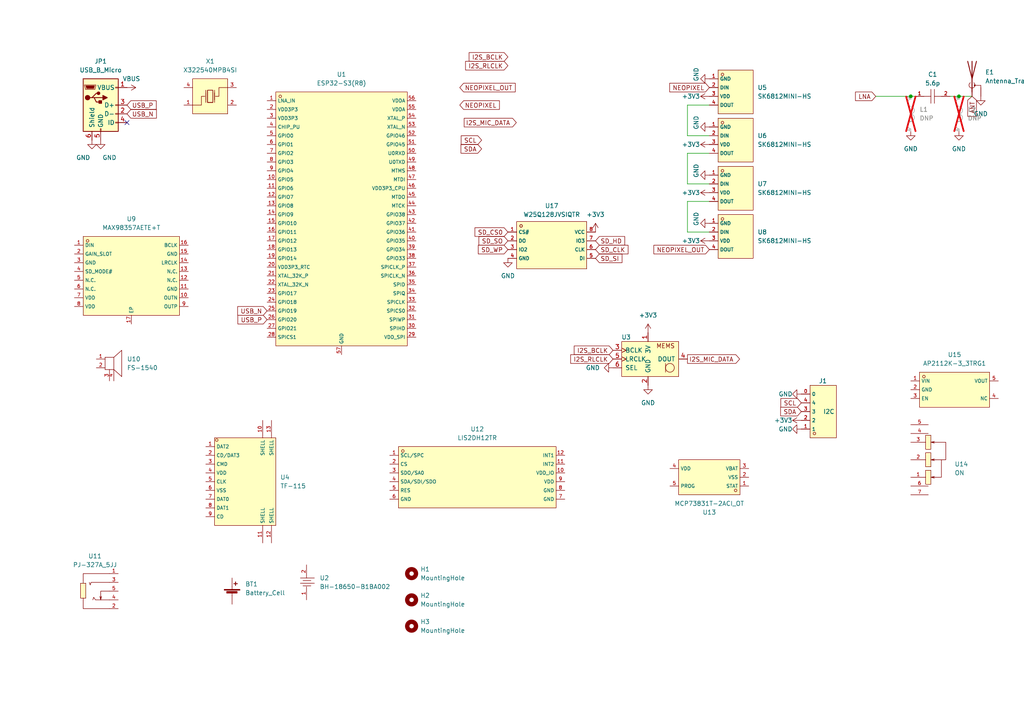
<source format=kicad_sch>
(kicad_sch (version 20230121) (generator eeschema)
  (paper "A4")
  (lib_symbols
    (symbol "BM04B-SRSS-TB(LF)(SN):BM04B-SRSS-TB(LF)(SN)"
      (property "Reference" "REF" (at 0 1.27 0))
      (property "Value" "BM04B-SRSS-TB(LF)(SN)" (at 0 -2.54 0))
      (symbol "BM04B-SRSS-TB(LF)(SN)_0_1"
        (rectangle (start -2.54 7.62) (end 5.08 -7.62) (fill (type background)))
        (circle (center -1.27 6.35) (radius 0.381) (fill (type background)))
        (pin unspecified line (at -5.08 -5.08 0) (length 2.54) (name "0") (number "0"))
        (pin unspecified line (at -5.08 5.08 0) (length 2.54) (name "1") (number "1"))
        (pin unspecified line (at -5.08 2.54 0) (length 2.54) (name "2") (number "2"))
        (pin unspecified line (at -5.08 0 0) (length 2.54) (name "3") (number "3"))
        (pin unspecified line (at -5.08 -2.54 0) (length 2.54) (name "4") (number "4"))
      )
    )
    (symbol "Connector:USB_B_Micro" (pin_names (offset 1.016))
      (property "Reference" "J" (at -5.08 11.43 0))
      (property "Value" "USB_B_Micro" (at -5.08 8.89 0))
      (symbol "USB_B_Micro_0_1"
        (rectangle (start -5.08 -7.62) (end 5.08 7.62) (stroke (width 0.254)) (fill (type background)))
        (circle (center -3.81 2.159) (radius 0.635) (stroke (width 0.254)) (fill (type outline)))
        (circle (center -0.635 3.429) (radius 0.381) (stroke (width 0.254)) (fill (type outline)))
        (rectangle (start -0.127 -7.62) (end 0.127 -6.858))
        (polyline (pts (xy -1.905 2.159) (xy 0.635 2.159)) (stroke (width 0.254)))
        (polyline (pts (xy -3.175 2.159) (xy -2.54 2.159) (xy -1.27 3.429) (xy -0.635 3.429)) (stroke (width 0.254)))
        (polyline (pts (xy -2.54 2.159) (xy -1.905 2.159) (xy -1.27 0.889) (xy 0 0.889)) (stroke (width 0.254)))
        (polyline (pts (xy 0.635 2.794) (xy 0.635 1.524) (xy 1.905 2.159) (xy 0.635 2.794)) (stroke (width 0.254)) (fill (type outline)))
        (polyline (pts (xy -4.318 5.588) (xy -1.778 5.588) (xy -2.032 4.826) (xy -4.064 4.826) (xy -4.318 5.588)) (fill (type outline)))
        (polyline (pts (xy -4.699 5.842) (xy -4.699 5.588) (xy -4.445 4.826) (xy -4.445 4.572) (xy -1.651 4.572) (xy -1.651 4.826) (xy -1.397 5.588) (xy -1.397 5.842) (xy -4.699 5.842)))
        (rectangle (start 0.254 1.27) (end -0.508 0.508) (stroke (width 0.254)) (fill (type outline)))
        (rectangle (start 5.08 -5.207) (end 4.318 -4.953))
        (rectangle (start 5.08 -2.667) (end 4.318 -2.413))
        (rectangle (start 5.08 -0.127) (end 4.318 0.127))
        (rectangle (start 5.08 4.953) (end 4.318 5.207))
      )
      (symbol "USB_B_Micro_1_1"
        (pin power_out line (at 7.62 5.08 180) (length 2.54) (name "VBUS") (number "1"))
        (pin bidirectional line (at 7.62 -2.54 180) (length 2.54) (name "D-") (number "2"))
        (pin bidirectional line (at 7.62 0 180) (length 2.54) (name "D+") (number "3"))
        (pin passive line (at 7.62 -5.08 180) (length 2.54) (name "ID") (number "4"))
        (pin power_out line (at 0 -10.16 90) (length 2.54) (name "GND") (number "5"))
        (pin passive line (at -2.54 -10.16 90) (length 2.54) (name "Shield") (number "6"))
      )
    )
    (symbol "Device:Antenna_Shield" (pin_numbers hide) (pin_names (offset 1.016) hide)
      (property "Reference" "AE" (at -1.905 4.445 0))
      (property "Value" "Antenna_Shield" (at -1.905 2.54 0))
      (symbol "Antenna_Shield_0_1"
        (arc (start -0.508 -1.143) (mid -0.8429 -2.1194) (end 0 -2.667))
        (arc (start 0 -2.667) (mid 0.7989 -2.1052) (end 0.508 -1.143))
        (polyline (pts (xy 0 -2.54) (xy 0 0)))
        (polyline (pts (xy 0 5.08) (xy 0 -3.81)) (stroke (width 0.254)))
        (polyline (pts (xy 0.762 -1.905) (xy 2.54 -1.905)))
        (polyline (pts (xy 2.54 -2.54) (xy 2.54 -1.905)))
        (polyline (pts (xy 1.27 5.08) (xy 0 0) (xy -1.27 5.08)) (stroke (width 0.254)))
        (circle (center 0.762 -1.905) (radius 0.1778) (fill (type outline)))
      )
      (symbol "Antenna_Shield_1_1"
        (pin input line (at 0 -5.08 90) (length 2.54) (name "A") (number "1"))
        (pin input line (at 2.54 -5.08 90) (length 2.54) (name "Shield") (number "2"))
      )
    )
    (symbol "Device:Battery_Cell" (pin_numbers hide) (pin_names (offset 0) hide)
      (property "Reference" "BT" (at 2.54 2.54 0))
      (property "Value" "Battery_Cell" (at 2.54 0 0))
      (symbol "Battery_Cell_0_1"
        (rectangle (start -2.286 1.778) (end 2.286 1.524) (fill (type outline)))
        (rectangle (start -1.5748 1.1938) (end 1.4732 0.6858) (fill (type outline)))
        (polyline (pts (xy 0 0.762) (xy 0 0)))
        (polyline (pts (xy 0 1.778) (xy 0 2.54)))
        (polyline (pts (xy 0.508 3.429) (xy 1.524 3.429)) (stroke (width 0.254)))
        (polyline (pts (xy 1.016 3.937) (xy 1.016 2.921)) (stroke (width 0.254)))
      )
      (symbol "Battery_Cell_1_1"
        (pin passive line (at 0 5.08 270) (length 2.54) (name "+") (number "1"))
        (pin passive line (at 0 -2.54 90) (length 2.54) (name "-") (number "2"))
      )
    )
    (symbol "Mechanical:MountingHole" (pin_names (offset 1.016))
      (property "Reference" "H" (at 0 5.08 0))
      (property "Value" "MountingHole" (at 0 3.175 0))
      (symbol "MountingHole_0_1"
        (circle (center 0 0) (radius 1.27) (stroke (width 1.27)))
      )
    )
    (symbol "jlc_symbols:AP2112K-3_3TRG1"
      (property "Reference" "U" (at 0 1.27 0))
      (property "Value" "AP2112K-3_3TRG1" (at 0 -2.54 0))
      (symbol "AP2112K-3_3TRG1_0_1"
        (rectangle (start -10.16 5.08) (end 10.16 -5.08) (fill (type background)))
        (circle (center -8.89 3.81) (radius 0.381) (fill (type background)))
        (pin unspecified line (at -12.7 2.54 0) (length 2.54) (name "VIN") (number "1"))
        (pin unspecified line (at -12.7 0 0) (length 2.54) (name "GND") (number "2"))
        (pin unspecified line (at -12.7 -2.54 0) (length 2.54) (name "EN") (number "3"))
        (pin unspecified line (at 12.7 -2.54 180) (length 2.54) (name "NC") (number "4"))
        (pin unspecified line (at 12.7 2.54 180) (length 2.54) (name "VOUT") (number "5"))
      )
    )
    (symbol "jlc_symbols:BH-18650-B1BA002" (pin_names hide)
      (property "Reference" "U" (at 0 1.27 0))
      (property "Value" "BH-18650-B1BA002" (at 0 -2.54 0))
      (symbol "BH-18650-B1BA002_0_1"
        (polyline (pts (xy -1.27 2.286) (xy -1.27 -1.778)))
        (polyline (pts (xy -0.508 1.27) (xy -0.508 -1.016)))
        (polyline (pts (xy 0.254 2.286) (xy 0.254 -1.778)))
        (polyline (pts (xy 1.016 1.27) (xy 1.016 -1.016)))
        (pin input line (at 5.08 0 180) (length 3.81) (name "1") (number "1"))
        (pin input line (at -5.08 0 0) (length 3.81) (name "2") (number "2"))
      )
    )
    (symbol "jlc_symbols:CC0603BRNPO9BN5R6" (pin_names hide)
      (property "Reference" "C" (at 0 1.27 0))
      (property "Value" "CC0603BRNPO9BN5R6" (at 0 -2.54 0))
      (symbol "CC0603BRNPO9BN5R6_0_1"
        (polyline (pts (xy -0.508 -2.032) (xy -0.508 2.032)))
        (polyline (pts (xy -0.508 0) (xy -2.54 0)))
        (polyline (pts (xy 0.508 2.032) (xy 0.508 -2.032)))
        (polyline (pts (xy 2.54 0) (xy 0.508 0)))
        (pin unspecified line (at -5.08 0 0) (length 2.54) (name "1") (number "1"))
        (pin unspecified line (at 5.08 0 180) (length 2.54) (name "2") (number "2"))
      )
    )
    (symbol "jlc_symbols:ESP32-S3(R8)"
      (property "Reference" "U" (at 0 1.27 0))
      (property "Value" "ESP32-S3(R8)" (at 0 -2.54 0))
      (symbol "ESP32-S3(R8)_0_1"
        (rectangle (start -19.05 38.1001) (end 19.05 -35.5601) (fill (type background)))
        (circle (center -17.78 36.8301) (radius 0.381) (fill (type background)))
        (pin unspecified line (at -21.59 35.56 0) (length 2.54) (name "LNA_IN") (number "1"))
        (pin unspecified line (at -21.59 12.7 0) (length 2.54) (name "GPIO5") (number "10"))
        (pin unspecified line (at -21.59 10.16 0) (length 2.54) (name "GPIO6") (number "11"))
        (pin unspecified line (at -21.59 7.62 0) (length 2.54) (name "GPIO7") (number "12"))
        (pin unspecified line (at -21.59 5.08 0) (length 2.54) (name "GPIO8") (number "13"))
        (pin unspecified line (at -21.59 2.54 0) (length 2.54) (name "GPIO9") (number "14"))
        (pin unspecified line (at -21.59 0 0) (length 2.54) (name "GPIO10") (number "15"))
        (pin unspecified line (at -21.59 -2.54 0) (length 2.54) (name "GPIO11") (number "16"))
        (pin unspecified line (at -21.59 -5.08 0) (length 2.54) (name "GPIO12") (number "17"))
        (pin unspecified line (at -21.59 -7.62 0) (length 2.54) (name "GPIO13") (number "18"))
        (pin unspecified line (at -21.59 -10.16 0) (length 2.54) (name "GPIO14") (number "19"))
        (pin unspecified line (at -21.59 33.02 0) (length 2.54) (name "VDD3P3") (number "2"))
        (pin unspecified line (at -21.59 -12.7 0) (length 2.54) (name "VDD3P3_RTC") (number "20"))
        (pin unspecified line (at -21.59 -15.24 0) (length 2.54) (name "XTAL_32K_P") (number "21"))
        (pin unspecified line (at -21.59 -17.78 0) (length 2.54) (name "XTAL_32K_N") (number "22"))
        (pin unspecified line (at -21.59 -20.32 0) (length 2.54) (name "GPIO17") (number "23"))
        (pin unspecified line (at -21.59 -22.86 0) (length 2.54) (name "GPIO18") (number "24"))
        (pin unspecified line (at -21.59 -25.4 0) (length 2.54) (name "GPIO19") (number "25"))
        (pin unspecified line (at -21.59 -27.94 0) (length 2.54) (name "GPIO20") (number "26"))
        (pin unspecified line (at -21.59 -30.48 0) (length 2.54) (name "GPIO21") (number "27"))
        (pin unspecified line (at -21.59 -33.02 0) (length 2.54) (name "SPICS1") (number "28"))
        (pin unspecified line (at 21.59 -33.02 180) (length 2.54) (name "VDD_SPI") (number "29"))
        (pin unspecified line (at -21.59 30.48 0) (length 2.54) (name "VDD3P3") (number "3"))
        (pin unspecified line (at 21.59 -30.48 180) (length 2.54) (name "SPIHD") (number "30"))
        (pin unspecified line (at 21.59 -27.94 180) (length 2.54) (name "SPIWP") (number "31"))
        (pin unspecified line (at 21.59 -25.4 180) (length 2.54) (name "SPICS0") (number "32"))
        (pin unspecified line (at 21.59 -22.86 180) (length 2.54) (name "SPICLK") (number "33"))
        (pin unspecified line (at 21.59 -20.32 180) (length 2.54) (name "SPIQ") (number "34"))
        (pin unspecified line (at 21.59 -17.78 180) (length 2.54) (name "SPID") (number "35"))
        (pin unspecified line (at 21.59 -15.24 180) (length 2.54) (name "SPICLK_N") (number "36"))
        (pin unspecified line (at 21.59 -12.7 180) (length 2.54) (name "SPICLK_P") (number "37"))
        (pin unspecified line (at 21.59 -10.16 180) (length 2.54) (name "GPIO33") (number "38"))
        (pin unspecified line (at 21.59 -7.62 180) (length 2.54) (name "GPIO34") (number "39"))
        (pin unspecified line (at -21.59 27.94 0) (length 2.54) (name "CHIP_PU") (number "4"))
        (pin unspecified line (at 21.59 -5.08 180) (length 2.54) (name "GPIO35") (number "40"))
        (pin unspecified line (at 21.59 -2.54 180) (length 2.54) (name "GPIO36") (number "41"))
        (pin unspecified line (at 21.59 0 180) (length 2.54) (name "GPIO37") (number "42"))
        (pin unspecified line (at 21.59 2.54 180) (length 2.54) (name "GPIO38") (number "43"))
        (pin unspecified line (at 21.59 5.08 180) (length 2.54) (name "MTCK") (number "44"))
        (pin unspecified line (at 21.59 7.62 180) (length 2.54) (name "MTDO") (number "45"))
        (pin unspecified line (at 21.59 10.16 180) (length 2.54) (name "VDD3P3_CPU") (number "46"))
        (pin unspecified line (at 21.59 12.7 180) (length 2.54) (name "MTDI") (number "47"))
        (pin unspecified line (at 21.59 15.24 180) (length 2.54) (name "MTMS") (number "48"))
        (pin unspecified line (at 21.59 17.78 180) (length 2.54) (name "U0TXD") (number "49"))
        (pin unspecified line (at -21.59 25.4 0) (length 2.54) (name "GPIO0") (number "5"))
        (pin unspecified line (at 21.59 20.32 180) (length 2.54) (name "U0RXD") (number "50"))
        (pin unspecified line (at 21.59 22.86 180) (length 2.54) (name "GPIO45") (number "51"))
        (pin unspecified line (at 21.59 25.4 180) (length 2.54) (name "GPIO46") (number "52"))
        (pin unspecified line (at 21.59 27.94 180) (length 2.54) (name "XTAL_N") (number "53"))
        (pin unspecified line (at 21.59 30.48 180) (length 2.54) (name "XTAL_P") (number "54"))
        (pin unspecified line (at 21.59 33.02 180) (length 2.54) (name "VDDA") (number "55"))
        (pin unspecified line (at 21.59 35.56 180) (length 2.54) (name "VDDA") (number "56"))
        (pin unspecified line (at 0 -38.1 90) (length 2.54) (name "GND") (number "57"))
        (pin unspecified line (at -21.59 22.86 0) (length 2.54) (name "GPIO1") (number "6"))
        (pin unspecified line (at -21.59 20.32 0) (length 2.54) (name "GPIO2") (number "7"))
        (pin unspecified line (at -21.59 17.78 0) (length 2.54) (name "GPIO3") (number "8"))
        (pin unspecified line (at -21.59 15.24 0) (length 2.54) (name "GPIO4") (number "9"))
      )
    )
    (symbol "jlc_symbols:FS-1540" (pin_names hide)
      (property "Reference" "U" (at 0 1.27 0))
      (property "Value" "FS-1540" (at 0 -2.54 0))
      (symbol "FS-1540_0_1"
        (polyline (pts (xy -1.27 -1.778) (xy 1.27 -1.778)))
        (polyline (pts (xy -1.27 1.778) (xy -1.27 -1.778)))
        (polyline (pts (xy -1.27 1.778) (xy 1.27 1.778)))
        (polyline (pts (xy 1.27 -1.778) (xy 3.556 -3.81)))
        (polyline (pts (xy 1.27 1.778) (xy 1.27 -1.778)))
        (polyline (pts (xy 3.556 3.81) (xy 1.27 1.778)))
        (polyline (pts (xy 3.556 3.81) (xy 3.556 -3.81)))
        (pin unspecified line (at -3.81 1.27 0) (length 2.54) (name "+") (number "1"))
        (pin unspecified line (at -3.81 -1.27 0) (length 2.54) (name "2") (number "2"))
        (pin unspecified line (at 0 -5.08 90) (length 3.302) (name "3") (number "3"))
        (pin unspecified line (at 1.27 -5.08 90) (length 3.302) (name "4") (number "4"))
      )
    )
    (symbol "jlc_symbols:LIS2DH12TR"
      (property "Reference" "U" (at 0 1.27 0))
      (property "Value" "LIS2DH12TR" (at 0 -2.54 0))
      (symbol "LIS2DH12TR_0_1"
        (rectangle (start -22.86 8.89) (end 22.86 -8.89) (fill (type background)))
        (circle (center -21.59 7.62) (radius 0.381) (fill (type background)))
        (pin unspecified line (at -25.4 6.35 0) (length 2.54) (name "SCL/SPC") (number "1"))
        (pin unspecified line (at 25.4 1.27 180) (length 2.54) (name "VDD_IO") (number "10"))
        (pin unspecified line (at 25.4 3.81 180) (length 2.54) (name "INT2") (number "11"))
        (pin unspecified line (at 25.4 6.35 180) (length 2.54) (name "INT1") (number "12"))
        (pin unspecified line (at -25.4 3.81 0) (length 2.54) (name "CS") (number "2"))
        (pin unspecified line (at -25.4 1.27 0) (length 2.54) (name "SDO/SA0") (number "3"))
        (pin unspecified line (at -25.4 -1.27 0) (length 2.54) (name "SDA/SDI/SDO") (number "4"))
        (pin unspecified line (at -25.4 -3.81 0) (length 2.54) (name "RES") (number "5"))
        (pin unspecified line (at -25.4 -6.35 0) (length 2.54) (name "GND") (number "6"))
        (pin unspecified line (at 25.4 -6.35 180) (length 2.54) (name "GND") (number "7"))
        (pin unspecified line (at 25.4 -3.81 180) (length 2.54) (name "GND") (number "8"))
        (pin unspecified line (at 25.4 -1.27 180) (length 2.54) (name "VDD") (number "9"))
      )
    )
    (symbol "jlc_symbols:MAX98357AETE+T"
      (property "Reference" "U" (at 0 1.27 0))
      (property "Value" "MAX98357AETE+T" (at 0 -2.54 0))
      (symbol "MAX98357AETE+T_0_1"
        (rectangle (start -13.97 11.43) (end 13.97 -11.43) (fill (type background)))
        (circle (center -12.7 10.16) (radius 0.381) (fill (type background)))
        (pin unspecified line (at -16.51 8.89 0) (length 2.54) (name "DIN") (number "1"))
        (pin unspecified line (at 16.51 -6.35 180) (length 2.54) (name "OUTN") (number "10"))
        (pin unspecified line (at 16.51 -3.81 180) (length 2.54) (name "GND") (number "11"))
        (pin unspecified line (at 16.51 -1.27 180) (length 2.54) (name "N.C.") (number "12"))
        (pin unspecified line (at 16.51 1.27 180) (length 2.54) (name "N.C.") (number "13"))
        (pin unspecified line (at 16.51 3.81 180) (length 2.54) (name "LRCLK") (number "14"))
        (pin unspecified line (at 16.51 6.35 180) (length 2.54) (name "GND") (number "15"))
        (pin unspecified line (at 16.51 8.89 180) (length 2.54) (name "BCLK") (number "16"))
        (pin unspecified line (at 0 -13.97 90) (length 2.54) (name "EP") (number "17"))
        (pin unspecified line (at -16.51 6.35 0) (length 2.54) (name "GAIN_SLOT") (number "2"))
        (pin unspecified line (at -16.51 3.81 0) (length 2.54) (name "GND") (number "3"))
        (pin unspecified line (at -16.51 1.27 0) (length 2.54) (name "SD_MODE#") (number "4"))
        (pin unspecified line (at -16.51 -1.27 0) (length 2.54) (name "N.C.") (number "5"))
        (pin unspecified line (at -16.51 -3.81 0) (length 2.54) (name "N.C.") (number "6"))
        (pin unspecified line (at -16.51 -6.35 0) (length 2.54) (name "VDD") (number "7"))
        (pin unspecified line (at -16.51 -8.89 0) (length 2.54) (name "VDD") (number "8"))
        (pin unspecified line (at 16.51 -8.89 180) (length 2.54) (name "OUTP") (number "9"))
      )
    )
    (symbol "jlc_symbols:MCP73831T-2ACI_OT"
      (property "Reference" "U" (at 0 1.27 0))
      (property "Value" "MCP73831T-2ACI_OT" (at 0 -2.54 0))
      (symbol "MCP73831T-2ACI_OT_0_1"
        (rectangle (start -8.89 5.08) (end 8.89 -5.08) (fill (type background)))
        (circle (center -7.62 3.81) (radius 0.381) (fill (type background)))
        (pin unspecified line (at -11.43 2.54 0) (length 2.54) (name "STAT") (number "1"))
        (pin unspecified line (at -11.43 0 0) (length 2.54) (name "VSS") (number "2"))
        (pin unspecified line (at -11.43 -2.54 0) (length 2.54) (name "VBAT") (number "3"))
        (pin unspecified line (at 11.43 -2.54 180) (length 2.54) (name "VDD") (number "4"))
        (pin unspecified line (at 11.43 2.54 180) (length 2.54) (name "PROG") (number "5"))
      )
    )
    (symbol "jlc_symbols:MK-12C02-G020" (pin_names hide)
      (property "Reference" "U" (at 0 1.27 0))
      (property "Value" "MK-12C02-G020" (at 0 -2.54 0))
      (symbol "MK-12C02-G020_0_1"
        (rectangle (start -7.112 0.762) (end -3.048 -0.762) (fill (type background)))
        (rectangle (start -2.032 0.762) (end 2.032 -0.762) (fill (type background)))
        (polyline (pts (xy -5.08 0.762) (xy -5.334 1.778)))
        (polyline (pts (xy 0 0.762) (xy -0.254 1.778)))
        (polyline (pts (xy 5.08 0.762) (xy 4.826 1.778)))
        (polyline (pts (xy 5.08 0.762) (xy 5.334 1.778)))
        (polyline (pts (xy 0 3.81) (xy -5.08 3.81) (xy -5.08 0.762) (xy -4.826 1.778)))
        (polyline (pts (xy 5.08 0.762) (xy 5.08 5.08) (xy 0 5.08) (xy 0 0.762) (xy 0.254 1.778)))
        (rectangle (start 3.048 0.762) (end 7.112 -0.762) (fill (type background)))
        (pin unspecified line (at -5.08 -5.08 90) (length 4.318) (name "1") (number "1"))
        (pin unspecified line (at 0 -5.08 90) (length 4.318) (name "2") (number "2"))
        (pin unspecified line (at 5.08 -5.08 90) (length 4.318) (name "3") (number "3"))
        (pin unspecified line (at 7.62 -5.08 90) (length 5.08) (name "4") (number "4"))
        (pin unspecified line (at 10.16 -5.08 90) (length 5.08) (name "5") (number "5"))
        (pin unspecified line (at -7.62 -5.08 90) (length 5.08) (name "6") (number "6"))
        (pin unspecified line (at -10.16 -5.08 90) (length 5.08) (name "7") (number "7"))
      )
    )
    (symbol "jlc_symbols:PJ-327A_5JJ" (pin_names hide)
      (property "Reference" "U" (at 0 1.27 0))
      (property "Value" "PJ-327A_5JJ" (at 0 -2.54 0))
      (symbol "PJ-327A_5JJ_0_1"
        (rectangle (start -5.842 2.286) (end -4.318 -2.032) (fill (type background)))
        (polyline (pts (xy 0 -2.54) (xy -0.254 -1.524)))
        (polyline (pts (xy -5.08 2.286) (xy -5.08 5.08) (xy 2.54 5.08)))
        (polyline (pts (xy 2.54 -5.08) (xy -5.08 -5.08) (xy -5.08 -3.81) (xy -5.08 -2.032)))
        (polyline (pts (xy 2.54 -2.54) (xy -1.524 -2.54) (xy -2.032 -1.778) (xy -2.286 -2.54)))
        (polyline (pts (xy 2.54 0) (xy 0 0) (xy 0 -2.54) (xy 0.254 -1.524)))
        (polyline (pts (xy 2.54 2.54) (xy -2.794 2.54) (xy -3.048 1.778) (xy -3.302 2.54)))
        (pin unspecified line (at 5.08 5.08 180) (length 2.54) (name "1") (number "1"))
        (pin unspecified line (at 5.08 -5.08 180) (length 2.54) (name "2") (number "2"))
        (pin unspecified line (at 5.08 2.54 180) (length 2.54) (name "3") (number "3"))
        (pin unspecified line (at 5.08 -2.54 180) (length 2.54) (name "4") (number "4"))
        (pin unspecified line (at 5.08 0 180) (length 2.54) (name "5") (number "5"))
      )
    )
    (symbol "jlc_symbols:S2B-PH-SM4-TB(LF)(SN)"
      (property "Reference" "U" (at 0 1.27 0))
      (property "Value" "S2B-PH-SM4-TB(LF)(SN)" (at 0 -2.54 0))
      (symbol "S2B-PH-SM4-TB(LF)(SN)_0_1"
        (rectangle (start -1.27 3.81) (end 5.08 -3.81) (fill (type background)))
        (circle (center 0 2.54) (radius 0.381) (fill (type background)))
        (pin unspecified line (at -3.81 1.27 0) (length 2.54) (name "1") (number "1"))
        (pin unspecified line (at -3.81 -1.27 0) (length 2.54) (name "2") (number "2"))
        (pin unspecified line (at 3.81 -6.35 90) (length 2.54) (name "3") (number "3"))
        (pin unspecified line (at 3.81 6.35 270) (length 2.54) (name "4") (number "4"))
      )
    )
    (symbol "jlc_symbols:SDFL1608S100KTF" (pin_names hide)
      (property "Reference" "L" (at 0 1.27 0))
      (property "Value" "SDFL1608S100KTF" (at 0 -2.54 0))
      (symbol "SDFL1608S100KTF_0_1"
        (arc (start -2.2674 -0.1341) (mid -3.1595 0.9883) (end -4.2858 0.1011))
        (arc (start -2.1318 0.1001) (mid -1.2406 -1.0269) (end -0.1135 -0.1357))
        (arc (start 0.0196 0.1001) (mid 0.9107 -1.0268) (end 2.0378 -0.1357))
        (arc (start 4.2312 -0.1341) (mid 3.3391 0.9883) (end 2.2128 0.1011))
        (pin unspecified line (at -5.08 0 0) (length 0.762) (name "1") (number "1"))
        (pin unspecified line (at 5.08 0 180) (length 0.762) (name "2") (number "2"))
      )
    )
    (symbol "jlc_symbols:SK6812MINI-HS"
      (property "Reference" "U" (at 0 1.27 0))
      (property "Value" "SK6812MINI-HS" (at 0 -2.54 0))
      (symbol "SK6812MINI-HS_0_1"
        (rectangle (start -5.08 6.35) (end 5.08 -6.35) (fill (type background)))
        (circle (center -3.81 5.08) (radius 0.381) (fill (type background)))
        (pin unspecified line (at -7.62 3.81 0) (length 2.54) (name "GND") (number "1"))
        (pin unspecified line (at -7.62 1.27 0) (length 2.54) (name "DIN") (number "2"))
        (pin unspecified line (at -7.62 -1.27 0) (length 2.54) (name "VDD") (number "3"))
        (pin unspecified line (at -7.62 -3.81 0) (length 2.54) (name "DOUT") (number "4"))
      )
    )
    (symbol "jlc_symbols:TF-115"
      (property "Reference" "U" (at 0 1.27 0))
      (property "Value" "TF-115" (at 0 -2.54 0))
      (symbol "TF-115_0_1"
        (rectangle (start -7.62 12.7) (end 10.16 -12.7) (fill (type background)))
        (circle (center -6.985 12.065) (radius 0.381) (fill (type background)))
        (pin unspecified line (at -10.16 10.16 0) (length 2.54) (name "DAT2") (number "1"))
        (pin unspecified line (at 6.35 17.78 270) (length 5.08) (name "SHELL") (number "10"))
        (pin unspecified line (at 6.35 -17.78 90) (length 5.08) (name "SHELL") (number "11"))
        (pin unspecified line (at 8.89 -17.78 90) (length 5.08) (name "SHELL") (number "12"))
        (pin unspecified line (at 8.89 17.78 270) (length 5.08) (name "SHELL") (number "13"))
        (pin unspecified line (at -10.16 7.62 0) (length 2.54) (name "CD/DAT3") (number "2"))
        (pin unspecified line (at -10.16 5.08 0) (length 2.54) (name "CMD") (number "3"))
        (pin unspecified line (at -10.16 2.54 0) (length 2.54) (name "VDD") (number "4"))
        (pin unspecified line (at -10.16 0 0) (length 2.54) (name "CLK") (number "5"))
        (pin unspecified line (at -10.16 -2.54 0) (length 2.54) (name "VSS") (number "6"))
        (pin unspecified line (at -10.16 -5.08 0) (length 2.54) (name "DAT0") (number "7"))
        (pin unspecified line (at -10.16 -7.62 0) (length 2.54) (name "DAT1") (number "8"))
        (pin unspecified line (at -10.16 -10.16 0) (length 2.54) (name "CD") (number "9"))
      )
    )
    (symbol "jlc_symbols:W25Q128JVSIQTR"
      (property "Reference" "U" (at 0 1.27 0))
      (property "Value" "W25Q128JVSIQTR" (at 0 -2.54 0))
      (symbol "W25Q128JVSIQTR_0_1"
        (rectangle (start -10.16 6.858) (end 10.16 -6.858) (fill (type background)))
        (circle (center -8.89 5.588) (radius 0.381) (fill (type background)))
        (circle (center -8.89 5.588) (radius 0.381) (fill (type background)))
        (pin unspecified line (at -12.7 3.81 0) (length 2.54) (name "CS#") (number "1"))
        (pin unspecified line (at -12.7 1.27 0) (length 2.54) (name "DO") (number "2"))
        (pin unspecified line (at -12.7 -1.27 0) (length 2.54) (name "IO2") (number "3"))
        (pin unspecified line (at -12.7 -3.81 0) (length 2.54) (name "GND") (number "4"))
        (pin unspecified line (at 12.7 -3.81 180) (length 2.54) (name "DI") (number "5"))
        (pin unspecified line (at 12.7 -1.27 180) (length 2.54) (name "CLK") (number "6"))
        (pin unspecified line (at 12.7 1.27 180) (length 2.54) (name "IO3") (number "7"))
        (pin unspecified line (at 12.7 3.81 180) (length 2.54) (name "VCC") (number "8"))
      )
    )
    (symbol "jlc_symbols:X322540MPB4SI" (pin_names hide)
      (property "Reference" "X" (at 0 1.27 0))
      (property "Value" "X322540MPB4SI" (at 0 -2.54 0))
      (symbol "X322540MPB4SI_0_1"
        (rectangle (start -5.08 5.08) (end 5.08 -5.08) (fill (type background)))
        (polyline (pts (xy -1.27 -1.778) (xy -1.27 1.778)))
        (polyline (pts (xy -1.27 -1.016) (xy -1.27 1.016)))
        (polyline (pts (xy 0.762 -1.778) (xy -0.762 -1.778)))
        (polyline (pts (xy 1.27 -1.778) (xy 1.27 1.778)))
        (polyline (pts (xy 1.27 -1.016) (xy 1.27 1.016)))
        (polyline (pts (xy -5.08 -2.54) (xy -2.54 -2.54) (xy -2.54 0) (xy -1.524 0)))
        (polyline (pts (xy -0.762 -1.778) (xy -0.762 1.778) (xy 0.762 1.778) (xy 0.762 -1.778)))
        (polyline (pts (xy 5.08 2.54) (xy 2.54 2.54) (xy 2.54 0) (xy 1.524 0)))
        (polyline (pts (xy 0.762 1.778) (xy 0.762 -1.778) (xy -0.762 -1.778) (xy -0.762 1.778) (xy 0.762 1.778)))
        (pin unspecified line (at -7.62 -2.54 0) (length 2.54) (name "OSC1") (number "1"))
        (pin unspecified line (at 7.62 -2.54 180) (length 2.54) (name "GND") (number "2"))
        (pin unspecified line (at 7.62 2.54 180) (length 2.54) (name "OSC2") (number "3"))
        (pin unspecified line (at -7.62 2.54 0) (length 2.54) (name "GND") (number "4"))
      )
    )
    (symbol "mems-mic:mems-mic" (pin_names (offset 1.016))
      (property "Reference" "U" (at 7.62 6.35 0))
      (property "Value" "mems-mic" (at -7.62 -6.35 0))
      (symbol "mems-mic_0_0"
        (text "MEMS" (at 5.08 3.81 0) (effects (font (size 1.27 1.27))))
      )
      (symbol "mems-mic_0_1"
        (rectangle (start -7.62 5.08) (end 8.89 -5.08) (fill (type background)))
        (polyline (pts (xy 5.08 -1.27) (xy 5.08 -3.81)))
        (circle (center 6.35 -2.54) (radius 1.27))
      )
      (symbol "mems-mic_1_1"
        (pin power_in line (at 0 7.62 270) (length 2.54) (name "3V") (number "1"))
        (pin power_in line (at 0 -7.62 90) (length 2.54) (name "GND") (number "2"))
        (pin input clock (at -10.16 2.54 0) (length 2.54) (name "BCLK") (number "3"))
        (pin output line (at 11.43 0 180) (length 2.54) (name "DOUT") (number "4"))
        (pin input clock (at -10.16 0 0) (length 2.54) (name "LRCLK") (number "5"))
        (pin input line (at -10.16 -2.54 0) (length 2.54) (name "SEL") (number "6"))
      )
    )
    (symbol "power:+3V3" (power) (pin_names (offset 0))
      (property "Value" "+3V3" (at 0 3.556 0))
      (symbol "+3V3_0_1"
        (polyline (pts (xy -0.762 1.27) (xy 0 2.54)))
        (polyline (pts (xy 0 0) (xy 0 2.54)))
        (polyline (pts (xy 0 2.54) (xy 0.762 1.27)))
      )
      (symbol "+3V3_1_1"
        (pin power_in line (at 0 0 90) (length 0) hide (name "+3V3") (number "1"))
      )
    )
    (symbol "power:GND" (power) (pin_names (offset 0))
      (property "Value" "GND" (at 0 -3.81 0))
      (symbol "GND_0_1"
        (polyline (pts (xy 0 0) (xy 0 -1.27) (xy 1.27 -1.27) (xy 0 -2.54) (xy -1.27 -1.27) (xy 0 -1.27)))
      )
      (symbol "GND_1_1"
        (pin power_in line (at 0 0 270) (length 0) hide (name "GND") (number "1"))
      )
    )
    (symbol "power:VBUS" (power) (pin_names (offset 0))
      (property "Value" "VBUS" (at 0 3.81 0))
      (symbol "VBUS_0_1"
        (polyline (pts (xy -0.762 1.27) (xy 0 2.54)))
        (polyline (pts (xy 0 0) (xy 0 2.54)))
        (polyline (pts (xy 0 2.54) (xy 0.762 1.27)))
      )
      (symbol "VBUS_1_1"
        (pin power_in line (at 0 0 90) (length 0) hide (name "VBUS") (number "1"))
      )
    )
  )
  (junction (at 264.16 27.94))
  (junction (at 278.13 27.94))
  (no_connect (at 36.83 35.56))
  (wire (pts (xy 199.39 67.31) (xy 205.74 67.31)))
  (wire (pts (xy 199.39 30.48) (xy 199.39 39.37)))
  (wire (pts (xy 199.39 44.45) (xy 199.39 53.34)))
  (wire (pts (xy 205.74 58.42) (xy 199.39 58.42)))
  (wire (pts (xy 275.59 27.94) (xy 278.13 27.94)))
  (wire (pts (xy 199.39 58.42) (xy 199.39 67.31)))
  (wire (pts (xy 205.74 44.45) (xy 199.39 44.45)))
  (wire (pts (xy 254 27.94) (xy 264.16 27.94)))
  (wire (pts (xy 199.39 53.34) (xy 205.74 53.34)))
  (wire (pts (xy 278.13 27.94) (xy 281.94 27.94)))
  (wire (pts (xy 199.39 39.37) (xy 205.74 39.37)))
  (wire (pts (xy 265.43 27.94) (xy 264.16 27.94)))
  (wire (pts (xy 205.74 30.48) (xy 199.39 30.48)))
  (text "GPIO0 needs pullup" (at 12.7 -8.89 0) (effects (font (size 1.27 1.27)) (justify left bottom)))
  (text "What capacitors for this crystal" (at 59.69 -7.62 0) (effects (font (size 1.27 1.27)) (justify left bottom)))
  (text "GPIO3 needs to be floating" (at 12.7 -6.35 0) (effects (font (size 1.27 1.27)) (justify left bottom)))
  (text "GPIO46 needs pull down" (at 12.7 -1.27 0) (effects (font (size 1.27 1.27)) (justify left bottom)))
  (text "GPIO45 needs pull down" (at 12.7 -3.81 0) (effects (font (size 1.27 1.27)) (justify left bottom)))
  (global_label "SCL" (shape input) (at 232.41 116.84 180) (property "Intersheetrefs" "${INTERSHEET_REFS}" (effects hide)))
  (global_label "NEOPIXEL" (shape input) (at 133.35 30.48 0) (property "Intersheetrefs" "${INTERSHEET_REFS}" (effects hide)))
  (global_label "USB_P" (shape input) (at 36.83 30.48 0) (property "Intersheetrefs" "${INTERSHEET_REFS}" (effects hide)))
  (global_label "NEOPIXEL" (shape input) (at 205.74 25.4 180) (property "Intersheetrefs" "${INTERSHEET_REFS}" (effects hide)))
  (global_label "ANT" (shape input) (at 281.94 27.94 270) (property "Intersheetrefs" "${INTERSHEET_REFS}" (effects hide)))
  (global_label "I2S_BCLK" (shape input) (at 177.8 101.6 180) (property "Intersheetrefs" "${INTERSHEET_REFS}" (effects hide)))
  (global_label "LNA" (shape input) (at 254 27.94 180) (property "Intersheetrefs" "${INTERSHEET_REFS}" (effects hide)))
  (global_label "SD_SO" (shape input) (at 147.32 69.85 180) (property "Intersheetrefs" "${INTERSHEET_REFS}" (effects hide)))
  (global_label "I2S_RLCLK" (shape input) (at 177.8 104.14 180) (property "Intersheetrefs" "${INTERSHEET_REFS}" (effects hide)))
  (global_label "SDA" (shape input) (at 139.7 43.18 180) (property "Intersheetrefs" "${INTERSHEET_REFS}" (effects hide)))
  (global_label "SDA" (shape input) (at 232.41 119.38 180) (property "Intersheetrefs" "${INTERSHEET_REFS}" (effects hide)))
  (global_label "I2S_MIC_DATA" (shape output) (at 134.62 35.56 0) (property "Intersheetrefs" "${INTERSHEET_REFS}" (effects hide)))
  (global_label "SD_HD" (shape input) (at 172.72 69.85 0) (property "Intersheetrefs" "${INTERSHEET_REFS}" (effects hide)))
  (global_label "SD_WP" (shape input) (at 147.32 72.39 180) (property "Intersheetrefs" "${INTERSHEET_REFS}" (effects hide)))
  (global_label "SCL" (shape input) (at 139.7 40.64 180) (property "Intersheetrefs" "${INTERSHEET_REFS}" (effects hide)))
  (global_label "SD_SI" (shape input) (at 172.72 74.93 0) (property "Intersheetrefs" "${INTERSHEET_REFS}" (effects hide)))
  (global_label "USB_N" (shape input) (at 36.83 33.02 0) (property "Intersheetrefs" "${INTERSHEET_REFS}" (effects hide)))
  (global_label "SD_CLK" (shape input) (at 172.72 72.39 0) (property "Intersheetrefs" "${INTERSHEET_REFS}" (effects hide)))
  (global_label "NEOPIXEL_OUT" (shape input) (at 205.74 72.39 180) (property "Intersheetrefs" "${INTERSHEET_REFS}" (effects hide)))
  (global_label "USB_N" (shape input) (at 77.47 90.17 180) (property "Intersheetrefs" "${INTERSHEET_REFS}" (effects hide)))
  (global_label "USB_P" (shape input) (at 77.47 92.71 180) (property "Intersheetrefs" "${INTERSHEET_REFS}" (effects hide)))
  (global_label "SD_CS0" (shape input) (at 147.32 67.31 180) (property "Intersheetrefs" "${INTERSHEET_REFS}" (effects hide)))
  (global_label "I2S_RLCLK" (shape input) (at 147.32 19.05 180) (property "Intersheetrefs" "${INTERSHEET_REFS}" (effects hide)))
  (global_label "I2S_BCLK" (shape input) (at 147.32 16.51 180) (property "Intersheetrefs" "${INTERSHEET_REFS}" (effects hide)))
  (global_label "I2S_MIC_DATA" (shape output) (at 199.39 104.14 0) (property "Intersheetrefs" "${INTERSHEET_REFS}" (effects hide)))
  (global_label "NEOPIXEL_OUT" (shape input) (at 133.35 25.4 0) (property "Intersheetrefs" "${INTERSHEET_REFS}" (effects hide)))
  (symbol (lib_id "jlc_symbols:SDFL1608S100KTF") (at 264.16 33.02 90) (unit 1) (in_bom no) (dnp yes)
    (property "Reference" "L1" (at 266.7 31.75 90) (effects (justify right)))
    (property "Value" "DNP" (at 266.7 34.29 90) (effects (justify right)))
    (property "Footprint" "jlc_footprints:L0603" (effects hide))
    (property "Datasheet" "https://item.szlcsc.com/344093.html" (effects hide))
    (property "LCSC" "C1035" (effects hide))
  )
  (symbol (lib_id "jlc_symbols:MCP73831T-2ACI_OT") (at 205.74 138.43 180) (unit 1)
    (property "Reference" "U13" (at 205.74 148.59 0))
    (property "Value" "MCP73831T-2ACI_OT" (at 205.74 146.05 0))
    (property "Footprint" "jlc_footprints:SOT-23-5_L3.0-W1.7-P0.95-LS2.8-BL" (effects hide))
    (property "Datasheet" "https://item.szlcsc.com/236104.html" (effects hide))
    (property "LCSC" "C424093" (effects hide))
  )
  (symbol (lib_id "Mechanical:MountingHole") (at 119.38 173.99 0) (unit 1) (in_bom no)
    (property "Reference" "H2" (at 121.92 172.72 0) (effects (justify left)))
    (property "Value" "MountingHole" (at 121.92 175.26 0) (effects (justify left)))
    (property "Footprint" "MountingHole:MountingHole_3.2mm_M3" (effects hide))
  )
  (symbol (lib_id "jlc_symbols:W25Q128JVSIQTR") (at 160.02 71.12 0) (unit 1)
    (property "Reference" "U17" (at 160.02 59.69 0))
    (property "Value" "W25Q128JVSIQTR" (at 160.02 62.23 0))
    (property "Footprint" "jlc_footprints:SOIC-8_L5.3-W5.3-P1.27-LS8.0-BL" (effects hide))
    (property "Datasheet" "https://item.szlcsc.com/63461.html" (effects hide))
    (property "LCSC" "C97521" (effects hide))
  )
  (symbol (lib_id "jlc_symbols:FS-1540") (at 31.75 105.41 0) (unit 1)
    (property "Reference" "U10" (at 36.83 104.14 0) (effects (justify left)))
    (property "Value" "FS-1540" (at 36.83 106.68 0) (effects (justify left)))
    (property "Footprint" "jlc_footprints:BUZ-SMD_5P-L15.0-W15.0-P13.7-BL" (effects hide))
    (property "Datasheet" "https://atta.szlcsc.com/upload/public/pdf/source/20200113/C482341_0BF64B1BFF6C7116684F604771D144BB.pdf" (effects hide))
    (property "LCSC" "C482341" (effects hide))
  )
  (symbol (lib_id "power:GND") (at 147.32 74.93 0) (unit 1)
    (property "Reference" "#PWR021" (effects hide))
    (property "Value" "GND" (at 147.32 80.01 0))
  )
  (symbol (lib_id "jlc_symbols:BH-18650-B1BA002") (at 88.9 168.91 270) (unit 1)
    (property "Reference" "U2" (at 92.71 167.64 90) (effects (justify left)))
    (property "Value" "BH-18650-B1BA002" (at 92.71 170.18 90) (effects (justify left)))
    (property "Footprint" "jlc_footprints:BATTERY-SMD_18650-1S-L77.1-W20.7-1" (effects hide))
    (property "Datasheet" "https://atta.szlcsc.com/upload/public/pdf/source/20220402/870DB99AB50CA0DF8D51CF7C86A51FAB.pdf" (effects hide))
    (property "LCSC" "C2988620" (effects hide))
  )
  (symbol (lib_id "power:GND") (at 187.96 111.76 0) (unit 1)
    (property "Reference" "#PWR016" (effects hide))
    (property "Value" "GND" (at 187.96 116.84 0))
  )
  (symbol (lib_id "Mechanical:MountingHole") (at 119.38 166.37 0) (unit 1) (in_bom no)
    (property "Reference" "H1" (at 121.92 165.1 0) (effects (justify left)))
    (property "Value" "MountingHole" (at 121.92 167.64 0) (effects (justify left)))
    (property "Footprint" "MountingHole:MountingHole_3.2mm_M3" (effects hide))
  )
  (symbol (lib_id "jlc_symbols:ESP32-S3(R8)") (at 99.06 64.77 0) (unit 1)
    (property "Reference" "U1" (at 99.06 21.59 0))
    (property "Value" "ESP32-S3(R8)" (at 99.06 24.13 0))
    (property "Footprint" "jlc_footprints:QFN-56_L7.0-W7.0-P0.40-TL-EP4.0" (effects hide))
    (property "Datasheet" "https://item.szlcsc.com/549860.html" (effects hide))
    (property "LCSC" "C2913194" (effects hide))
  )
  (symbol (lib_id "jlc_symbols:SK6812MINI-HS") (at 213.36 40.64 0) (unit 1)
    (property "Reference" "U6" (at 219.71 39.37 0) (effects (justify left)))
    (property "Value" "SK6812MINI-HS" (at 219.71 41.91 0) (effects (justify left)))
    (property "Footprint" "jlc_footprints:LED-SMD_4P-L3.5-W3.5-BR_SK6812MINI-HS" (effects hide))
    (property "Datasheet" "https://img.jlc.com/pdf/applyPasteComponent/2021-11-17/554769A/a77f6abd580f4801839c6cef98018a08/SK6812MINI-HS.pdf" (effects hide))
    (property "LCSC" "C2922787" (effects hide))
  )
  (symbol (lib_id "power:GND") (at 205.74 22.86 270) (unit 1)
    (property "Reference" "#PWR01" (effects hide))
    (property "Value" "GND" (at 201.93 21.59 0))
  )
  (symbol (lib_id "Device:Battery_Cell") (at 67.31 172.72 0) (unit 1)
    (property "Reference" "BT1" (at 71.12 169.4179 0) (effects (justify left)))
    (property "Value" "Battery_Cell" (at 71.12 171.9579 0) (effects (justify left)))
    (property "Footprint" "Battery:BatteryHolder_Keystone_2479_3xAAA" (effects hide))
  )
  (symbol (lib_id "Mechanical:MountingHole") (at 119.38 181.61 0) (unit 1) (in_bom no)
    (property "Reference" "H3" (at 121.92 180.34 0) (effects (justify left)))
    (property "Value" "MountingHole" (at 121.92 182.88 0) (effects (justify left)))
    (property "Footprint" "MountingHole:MountingHole_3.2mm_M3" (effects hide))
  )
  (symbol (lib_id "jlc_symbols:SK6812MINI-HS") (at 213.36 26.67 0) (unit 1)
    (property "Reference" "U5" (at 219.71 25.4 0) (effects (justify left)))
    (property "Value" "SK6812MINI-HS" (at 219.71 27.94 0) (effects (justify left)))
    (property "Footprint" "jlc_footprints:LED-SMD_4P-L3.5-W3.5-BR_SK6812MINI-HS" (effects hide))
    (property "Datasheet" "https://img.jlc.com/pdf/applyPasteComponent/2021-11-17/554769A/a77f6abd580f4801839c6cef98018a08/SK6812MINI-HS.pdf" (effects hide))
    (property "LCSC" "C2922787" (effects hide))
  )
  (symbol (lib_id "jlc_symbols:CC0603BRNPO9BN5R6") (at 270.51 27.94 0) (unit 1)
    (property "Reference" "C1" (at 270.51 21.59 0))
    (property "Value" "5.6p" (at 270.51 24.13 0))
    (property "Footprint" "jlc_footprints:C0603" (effects hide))
    (property "Datasheet" "https://item.szlcsc.com/362304.html" (effects hide))
    (property "LCSC" "C519111" (effects hide))
  )
  (symbol (lib_id "power:GND") (at 232.41 124.46 270) (unit 1)
    (property "Reference" "#PWR011" (effects hide))
    (property "Value" "GND" (at 227.838 124.46 90))
  )
  (symbol (lib_id "power:+3V3") (at 205.74 55.88 90) (mirror x) (unit 1)
    (property "Reference" "#PWR06" (effects hide))
    (property "Value" "+3V3" (at 197.739 55.88 90) (effects (justify right)))
  )
  (symbol (lib_id "power:GND") (at 278.13 38.1 0) (unit 1)
    (property "Reference" "#PWR013" (effects hide))
    (property "Value" "GND" (at 278.13 43.18 0))
  )
  (symbol (lib_id "jlc_symbols:MAX98357AETE+T") (at 38.1 80.01 0) (unit 1)
    (property "Reference" "U9" (at 38.1 63.5 0))
    (property "Value" "MAX98357AETE+T" (at 38.1 66.04 0))
    (property "Footprint" "jlc_footprints:TQFN-16_L3.0-W3.0-P0.50-BL-EP1.5" (effects hide))
    (property "Datasheet" "https://item.szlcsc.com/533528.html" (effects hide))
    (property "LCSC" "C910544" (effects hide))
  )
  (symbol (lib_id "power:+3V3") (at 205.74 69.85 90) (mirror x) (unit 1)
    (property "Reference" "#PWR08" (effects hide))
    (property "Value" "+3V3" (at 197.739 69.85 90) (effects (justify right)))
  )
  (symbol (lib_id "power:GND") (at 205.74 36.83 270) (unit 1)
    (property "Reference" "#PWR03" (effects hide))
    (property "Value" "GND" (at 201.93 35.56 0))
  )
  (symbol (lib_id "jlc_symbols:X322540MPB4SI") (at 60.96 27.94 0) (unit 1)
    (property "Reference" "X1" (at 60.96 17.78 0))
    (property "Value" "X322540MPB4SI" (at 60.96 20.32 0))
    (property "Footprint" "jlc_footprints:OSC-SMD_4P-L3.2-W2.5-BL_SIT8008BI" (effects hide))
    (property "Datasheet" "https://item.szlcsc.com/264073.html" (effects hide))
    (property "LCSC" "C9010" (effects hide))
  )
  (symbol (lib_id "power:+3V3") (at 205.74 27.94 90) (mirror x) (unit 1)
    (property "Reference" "#PWR02" (effects hide))
    (property "Value" "+3V3" (at 197.739 27.94 90) (effects (justify right)))
  )
  (symbol (lib_id "Connector:USB_B_Micro") (at 29.21 30.48 0) (unit 1)
    (property "Reference" "JP1" (at 29.21 17.78 0))
    (property "Value" "USB_B_Micro" (at 29.21 20.32 0))
    (property "Footprint" "jlc_footprints:MICRO-USB-SMD_1050171001" (effects hide))
    (property "LCSC" "C505111" (effects hide))
    (property "JLCPosOffset" "-0.35,0.2" (effects hide))
  )
  (symbol (lib_id "jlc_symbols:MK-12C02-G020") (at 269.24 133.35 270) (mirror x) (unit 1)
    (property "Reference" "U14" (at 276.86 134.62 90) (effects (justify left)))
    (property "Value" "ON" (at 276.86 137.16 90) (effects (justify left)))
    (property "Footprint" "jlc_footprints:SW-SMD_MK-12C02-G020" (effects hide))
    (property "Datasheet" "https://item.szlcsc.com/1046841.html" (effects hide))
    (property "LCSC" "C963206" (effects hide))
  )
  (symbol (lib_id "power:GND") (at 264.16 38.1 0) (unit 1)
    (property "Reference" "#PWR012" (effects hide))
    (property "Value" "GND" (at 264.16 43.18 0))
  )
  (symbol (lib_id "jlc_symbols:SK6812MINI-HS") (at 213.36 54.61 0) (unit 1)
    (property "Reference" "U7" (at 219.71 53.34 0) (effects (justify left)))
    (property "Value" "SK6812MINI-HS" (at 219.71 55.88 0) (effects (justify left)))
    (property "Footprint" "jlc_footprints:LED-SMD_4P-L3.5-W3.5-BR_SK6812MINI-HS" (effects hide))
    (property "Datasheet" "https://img.jlc.com/pdf/applyPasteComponent/2021-11-17/554769A/a77f6abd580f4801839c6cef98018a08/SK6812MINI-HS.pdf" (effects hide))
    (property "LCSC" "C2922787" (effects hide))
  )
  (symbol (lib_id "jlc_symbols:LIS2DH12TR") (at 138.43 138.43 0) (unit 1)
    (property "Reference" "U12" (at 138.43 124.46 0))
    (property "Value" "LIS2DH12TR" (at 138.43 127 0))
    (property "Footprint" "jlc_footprints:LGA-12_L2.0-W2.0-P0.50-BL" (effects hide))
    (property "Datasheet" "https://so.szlcsc.com/global.html?c=&k=C915682" (effects hide))
    (property "LCSC" "C110926" (effects hide))
  )
  (symbol (lib_id "power:VBUS") (at 36.83 25.4 270) (unit 1)
    (property "Reference" "#PWR020" (effects hide))
    (property "Value" "VBUS" (at 35.56 22.86 90) (effects (justify left)))
  )
  (symbol (lib_id "power:GND") (at 26.67 40.64 0) (unit 1)
    (property "Reference" "#PWR018" (effects hide))
    (property "Value" "GND" (at 24.13 45.72 0))
  )
  (symbol (lib_id "power:GND") (at 284.48 27.94 0) (unit 1)
    (property "Reference" "#PWR017" (effects hide))
    (property "Value" "GND" (at 284.48 33.02 0))
  )
  (symbol (lib_id "power:GND") (at 205.74 50.8 270) (unit 1)
    (property "Reference" "#PWR05" (effects hide))
    (property "Value" "GND" (at 201.93 49.53 0))
  )
  (symbol (lib_id "mems-mic:mems-mic") (at 187.96 104.14 0) (unit 1)
    (property "Reference" "U3" (at 181.61 97.79 0))
    (property "Value" "mems-mic" (effects hide))
    (property "Footprint" "mems-mic:mems-mic-round" (effects hide))
    (property "Datasheet" "https://www.adafruit.com/product/3421" (effects hide))
  )
  (symbol (lib_id "Device:Antenna_Shield") (at 281.94 22.86 0) (unit 1) (in_bom no)
    (property "Reference" "E1" (at 285.75 20.955 0) (effects (justify left)))
    (property "Value" "Antenna_Trace" (at 285.75 23.495 0) (effects (justify left)))
    (property "Footprint" "RF_Antenna:Texas_SWRA117D_2.4GHz_Right" (effects hide))
  )
  (symbol (lib_id "power:GND") (at 29.21 40.64 0) (unit 1)
    (property "Reference" "#PWR019" (effects hide))
    (property "Value" "GND" (at 31.75 45.72 0))
  )
  (symbol (lib_id "power:GND") (at 177.8 106.68 270) (unit 1)
    (property "Reference" "#PWR014" (effects hide))
    (property "Value" "GND" (at 173.99 106.68 90) (effects (justify right)))
  )
  (symbol (lib_id "jlc_symbols:PJ-327A_5JJ") (at 29.21 171.45 0) (unit 1)
    (property "Reference" "U11" (at 27.559 161.29 0))
    (property "Value" "PJ-327A_5JJ" (at 27.559 163.83 0))
    (property "Footprint" "jlc_footprints:AUDIO-SMD_PJ-327A5JJ" (effects hide))
    (property "Datasheet" "https://item.szlcsc.com/698548.html" (effects hide))
    (property "LCSC" "C668605" (effects hide))
  )
  (symbol (lib_id "jlc_symbols:TF-115") (at 69.85 139.7 0) (unit 1)
    (property "Reference" "U4" (at 81.28 138.43 0) (effects (justify left)))
    (property "Value" "TF-115" (at 81.28 140.97 0) (effects (justify left)))
    (property "Footprint" "jlc_footprints:TF-SMD_TF-115" (effects hide))
    (property "Datasheet" "https://item.szlcsc.com/256975.html" (effects hide))
    (property "LCSC" "C266620" (effects hide))
  )
  (symbol (lib_id "power:GND") (at 232.41 114.3 270) (mirror x) (unit 1)
    (property "Reference" "#PWR09" (effects hide))
    (property "Value" "GND" (at 227.838 114.3 90))
  )
  (symbol (lib_id "jlc_symbols:SK6812MINI-HS") (at 213.36 68.58 0) (unit 1)
    (property "Reference" "U8" (at 219.71 67.31 0) (effects (justify left)))
    (property "Value" "SK6812MINI-HS" (at 219.71 69.85 0) (effects (justify left)))
    (property "Footprint" "jlc_footprints:LED-SMD_4P-L3.5-W3.5-BR_SK6812MINI-HS" (effects hide))
    (property "Datasheet" "https://img.jlc.com/pdf/applyPasteComponent/2021-11-17/554769A/a77f6abd580f4801839c6cef98018a08/SK6812MINI-HS.pdf" (effects hide))
    (property "LCSC" "C2922787" (effects hide))
  )
  (symbol (lib_id "power:+3V3") (at 187.96 96.52 0) (unit 1)
    (property "Reference" "#PWR015" (effects hide))
    (property "Value" "+3V3" (at 187.96 91.44 0))
  )
  (symbol (lib_id "power:+3V3") (at 205.74 41.91 90) (mirror x) (unit 1)
    (property "Reference" "#PWR04" (effects hide))
    (property "Value" "+3V3" (at 197.739 41.91 90) (effects (justify right)))
  )
  (symbol (lib_id "BM04B-SRSS-TB(LF)(SN):BM04B-SRSS-TB(LF)(SN)") (at 237.49 119.38 0) (mirror x) (unit 1)
    (property "Reference" "J1" (at 237.49 110.49 0) (effects (justify left)))
    (property "Value" "I2C" (at 238.76 119.38 0) (effects (justify left)))
    (property "Footprint" "jlc_footprints:CONN-SMD_BM04B-SRSS-TB" (effects hide))
    (property "Datasheet" "https://item.szlcsc.com/171770.html" (effects hide))
    (property "LCSC" "C160390" (effects hide))
  )
  (symbol (lib_id "power:+3V3") (at 172.72 67.31 0) (unit 1)
    (property "Reference" "#PWR022" (effects hide))
    (property "Value" "+3V3" (at 172.72 62.23 0))
  )
  (symbol (lib_id "jlc_symbols:S2B-PH-SM4-TB(LF)(SN)") (at 312.42 111.76 0) (unit 1)
    (property "Reference" "U16" (at 318.77 110.49 0) (effects (justify left)))
    (property "Value" "+" (at 306.07 109.22 0) (effects (justify left)))
    (property "Footprint" "jlc_footprints:CONN-SMD_P2.00_S2B-PH-SM4-TB-LF-SN" (effects hide))
    (property "Datasheet" "https://item.szlcsc.com/280164.html" (effects hide))
    (property "LCSC" "C295747" (effects hide))
  )
  (symbol (lib_id "jlc_symbols:SDFL1608S100KTF") (at 278.13 33.02 90) (unit 1) (in_bom no) (dnp yes)
    (property "Reference" "L2" (at 280.67 31.75 90) (effects (justify right)))
    (property "Value" "DNP" (at 280.67 34.29 90) (effects (justify right)))
    (property "Footprint" "jlc_footprints:L0603" (effects hide))
    (property "Datasheet" "https://item.szlcsc.com/344093.html" (effects hide))
    (property "LCSC" "C1035" (effects hide))
  )
  (symbol (lib_id "jlc_symbols:AP2112K-3_3TRG1") (at 276.86 113.03 0) (unit 1)
    (property "Reference" "U15" (at 276.86 102.87 0))
    (property "Value" "AP2112K-3_3TRG1" (at 276.86 105.41 0))
    (property "Footprint" "jlc_footprints:SOT-25-5_L2.9-W1.6-P0.95-LS2.8-BL" (effects hide))
    (property "Datasheet" "https://atta.szlcsc.com/upload/public/pdf/source/20180521/C216647_DB6DD3A958B257C676AC8B0A0A0AE735.pdf" (effects hide))
    (property "LCSC" "C51118" (effects hide))
  )
  (symbol (lib_id "power:+3V3") (at 232.41 121.92 90) (unit 1)
    (property "Reference" "#PWR010" (effects hide))
    (property "Value" "+3V3" (at 224.536 121.92 90) (effects (justify right)))
  )
  (symbol (lib_id "power:GND") (at 205.74 64.77 270) (unit 1)
    (property "Reference" "#PWR07" (effects hide))
    (property "Value" "GND" (at 201.93 63.5 0))
  )
)
</source>
